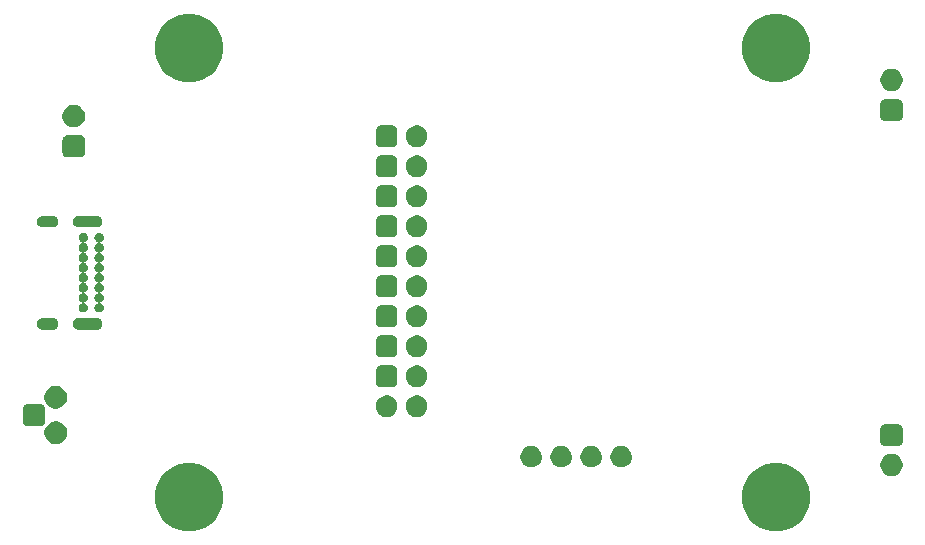
<source format=gbr>
G04 #@! TF.GenerationSoftware,KiCad,Pcbnew,5.1.5+dfsg1-2build2*
G04 #@! TF.CreationDate,2020-06-21T17:38:59+02:00*
G04 #@! TF.ProjectId,zigbeebox,7a696762-6565-4626-9f78-2e6b69636164,rev?*
G04 #@! TF.SameCoordinates,Original*
G04 #@! TF.FileFunction,Soldermask,Bot*
G04 #@! TF.FilePolarity,Negative*
%FSLAX46Y46*%
G04 Gerber Fmt 4.6, Leading zero omitted, Abs format (unit mm)*
G04 Created by KiCad (PCBNEW 5.1.5+dfsg1-2build2) date 2020-06-21 17:38:59*
%MOMM*%
%LPD*%
G04 APERTURE LIST*
%ADD10C,0.100000*%
G04 APERTURE END LIST*
D10*
G36*
X146165789Y-87248403D02*
G01*
X146165792Y-87248404D01*
X146165791Y-87248404D01*
X146693739Y-87467087D01*
X147168880Y-87784566D01*
X147572954Y-88188640D01*
X147890433Y-88663781D01*
X147890433Y-88663782D01*
X148109117Y-89191731D01*
X148220600Y-89752194D01*
X148220600Y-90323646D01*
X148109117Y-90884109D01*
X148109116Y-90884111D01*
X147890433Y-91412059D01*
X147572954Y-91887200D01*
X147168880Y-92291274D01*
X146693739Y-92608753D01*
X146320422Y-92763386D01*
X146165789Y-92827437D01*
X145605326Y-92938920D01*
X145033874Y-92938920D01*
X144473411Y-92827437D01*
X144318778Y-92763386D01*
X143945461Y-92608753D01*
X143470320Y-92291274D01*
X143066246Y-91887200D01*
X142748767Y-91412059D01*
X142530084Y-90884111D01*
X142530083Y-90884109D01*
X142418600Y-90323646D01*
X142418600Y-89752194D01*
X142530083Y-89191731D01*
X142748767Y-88663782D01*
X142748767Y-88663781D01*
X143066246Y-88188640D01*
X143470320Y-87784566D01*
X143945461Y-87467087D01*
X144473409Y-87248404D01*
X144473408Y-87248404D01*
X144473411Y-87248403D01*
X145033874Y-87136920D01*
X145605326Y-87136920D01*
X146165789Y-87248403D01*
G37*
G36*
X96465789Y-87248403D02*
G01*
X96465792Y-87248404D01*
X96465791Y-87248404D01*
X96993739Y-87467087D01*
X97468880Y-87784566D01*
X97872954Y-88188640D01*
X98190433Y-88663781D01*
X98190433Y-88663782D01*
X98409117Y-89191731D01*
X98520600Y-89752194D01*
X98520600Y-90323646D01*
X98409117Y-90884109D01*
X98409116Y-90884111D01*
X98190433Y-91412059D01*
X97872954Y-91887200D01*
X97468880Y-92291274D01*
X96993739Y-92608753D01*
X96620422Y-92763386D01*
X96465789Y-92827437D01*
X95905326Y-92938920D01*
X95333874Y-92938920D01*
X94773411Y-92827437D01*
X94618778Y-92763386D01*
X94245461Y-92608753D01*
X93770320Y-92291274D01*
X93366246Y-91887200D01*
X93048767Y-91412059D01*
X92830084Y-90884111D01*
X92830083Y-90884109D01*
X92718600Y-90323646D01*
X92718600Y-89752194D01*
X92830083Y-89191731D01*
X93048767Y-88663782D01*
X93048767Y-88663781D01*
X93366246Y-88188640D01*
X93770320Y-87784566D01*
X94245461Y-87467087D01*
X94773409Y-87248404D01*
X94773408Y-87248404D01*
X94773411Y-87248403D01*
X95333874Y-87136920D01*
X95905326Y-87136920D01*
X96465789Y-87248403D01*
G37*
G36*
X155371716Y-86410296D02*
G01*
X155544787Y-86481984D01*
X155699842Y-86585589D01*
X155700547Y-86586060D01*
X155833010Y-86718523D01*
X155833012Y-86718526D01*
X155937086Y-86874283D01*
X156008774Y-87047354D01*
X156045320Y-87231083D01*
X156045320Y-87418417D01*
X156008774Y-87602146D01*
X155937086Y-87775217D01*
X155833481Y-87930272D01*
X155833010Y-87930977D01*
X155700547Y-88063440D01*
X155700544Y-88063442D01*
X155544787Y-88167516D01*
X155371716Y-88239204D01*
X155187987Y-88275750D01*
X155000653Y-88275750D01*
X154816924Y-88239204D01*
X154643853Y-88167516D01*
X154488096Y-88063442D01*
X154488093Y-88063440D01*
X154355630Y-87930977D01*
X154355159Y-87930272D01*
X154251554Y-87775217D01*
X154179866Y-87602146D01*
X154143320Y-87418417D01*
X154143320Y-87231083D01*
X154179866Y-87047354D01*
X154251554Y-86874283D01*
X154355628Y-86718526D01*
X154355630Y-86718523D01*
X154488093Y-86586060D01*
X154488798Y-86585589D01*
X154643853Y-86481984D01*
X154816924Y-86410296D01*
X155000653Y-86373750D01*
X155187987Y-86373750D01*
X155371716Y-86410296D01*
G37*
G36*
X129835096Y-85730312D02*
G01*
X129922132Y-85747624D01*
X130086104Y-85815544D01*
X130233674Y-85914147D01*
X130359173Y-86039646D01*
X130457776Y-86187216D01*
X130525696Y-86351188D01*
X130537453Y-86410296D01*
X130560320Y-86525257D01*
X130560320Y-86702743D01*
X130543008Y-86789777D01*
X130525696Y-86876812D01*
X130457776Y-87040784D01*
X130359173Y-87188354D01*
X130233674Y-87313853D01*
X130086104Y-87412456D01*
X129922132Y-87480376D01*
X129835097Y-87497688D01*
X129748063Y-87515000D01*
X129570577Y-87515000D01*
X129483543Y-87497688D01*
X129396508Y-87480376D01*
X129232536Y-87412456D01*
X129084966Y-87313853D01*
X128959467Y-87188354D01*
X128860864Y-87040784D01*
X128792944Y-86876812D01*
X128775632Y-86789776D01*
X128758320Y-86702743D01*
X128758320Y-86525257D01*
X128781187Y-86410296D01*
X128792944Y-86351188D01*
X128860864Y-86187216D01*
X128959467Y-86039646D01*
X129084966Y-85914147D01*
X129232536Y-85815544D01*
X129396508Y-85747624D01*
X129483544Y-85730312D01*
X129570577Y-85713000D01*
X129748063Y-85713000D01*
X129835096Y-85730312D01*
G37*
G36*
X132375096Y-85730312D02*
G01*
X132462132Y-85747624D01*
X132626104Y-85815544D01*
X132773674Y-85914147D01*
X132899173Y-86039646D01*
X132997776Y-86187216D01*
X133065696Y-86351188D01*
X133077453Y-86410296D01*
X133100320Y-86525257D01*
X133100320Y-86702743D01*
X133083008Y-86789777D01*
X133065696Y-86876812D01*
X132997776Y-87040784D01*
X132899173Y-87188354D01*
X132773674Y-87313853D01*
X132626104Y-87412456D01*
X132462132Y-87480376D01*
X132375097Y-87497688D01*
X132288063Y-87515000D01*
X132110577Y-87515000D01*
X132023543Y-87497688D01*
X131936508Y-87480376D01*
X131772536Y-87412456D01*
X131624966Y-87313853D01*
X131499467Y-87188354D01*
X131400864Y-87040784D01*
X131332944Y-86876812D01*
X131315632Y-86789776D01*
X131298320Y-86702743D01*
X131298320Y-86525257D01*
X131321187Y-86410296D01*
X131332944Y-86351188D01*
X131400864Y-86187216D01*
X131499467Y-86039646D01*
X131624966Y-85914147D01*
X131772536Y-85815544D01*
X131936508Y-85747624D01*
X132023544Y-85730312D01*
X132110577Y-85713000D01*
X132288063Y-85713000D01*
X132375096Y-85730312D01*
G37*
G36*
X127295096Y-85730312D02*
G01*
X127382132Y-85747624D01*
X127546104Y-85815544D01*
X127693674Y-85914147D01*
X127819173Y-86039646D01*
X127917776Y-86187216D01*
X127985696Y-86351188D01*
X127997453Y-86410296D01*
X128020320Y-86525257D01*
X128020320Y-86702743D01*
X128003008Y-86789777D01*
X127985696Y-86876812D01*
X127917776Y-87040784D01*
X127819173Y-87188354D01*
X127693674Y-87313853D01*
X127546104Y-87412456D01*
X127382132Y-87480376D01*
X127295097Y-87497688D01*
X127208063Y-87515000D01*
X127030577Y-87515000D01*
X126943543Y-87497688D01*
X126856508Y-87480376D01*
X126692536Y-87412456D01*
X126544966Y-87313853D01*
X126419467Y-87188354D01*
X126320864Y-87040784D01*
X126252944Y-86876812D01*
X126235632Y-86789776D01*
X126218320Y-86702743D01*
X126218320Y-86525257D01*
X126241187Y-86410296D01*
X126252944Y-86351188D01*
X126320864Y-86187216D01*
X126419467Y-86039646D01*
X126544966Y-85914147D01*
X126692536Y-85815544D01*
X126856508Y-85747624D01*
X126943544Y-85730312D01*
X127030577Y-85713000D01*
X127208063Y-85713000D01*
X127295096Y-85730312D01*
G37*
G36*
X124755096Y-85730312D02*
G01*
X124842132Y-85747624D01*
X125006104Y-85815544D01*
X125153674Y-85914147D01*
X125279173Y-86039646D01*
X125377776Y-86187216D01*
X125445696Y-86351188D01*
X125457453Y-86410296D01*
X125480320Y-86525257D01*
X125480320Y-86702743D01*
X125463008Y-86789777D01*
X125445696Y-86876812D01*
X125377776Y-87040784D01*
X125279173Y-87188354D01*
X125153674Y-87313853D01*
X125006104Y-87412456D01*
X124842132Y-87480376D01*
X124755097Y-87497688D01*
X124668063Y-87515000D01*
X124490577Y-87515000D01*
X124403543Y-87497688D01*
X124316508Y-87480376D01*
X124152536Y-87412456D01*
X124004966Y-87313853D01*
X123879467Y-87188354D01*
X123780864Y-87040784D01*
X123712944Y-86876812D01*
X123695632Y-86789776D01*
X123678320Y-86702743D01*
X123678320Y-86525257D01*
X123701187Y-86410296D01*
X123712944Y-86351188D01*
X123780864Y-86187216D01*
X123879467Y-86039646D01*
X124004966Y-85914147D01*
X124152536Y-85815544D01*
X124316508Y-85747624D01*
X124403544Y-85730312D01*
X124490577Y-85713000D01*
X124668063Y-85713000D01*
X124755096Y-85730312D01*
G37*
G36*
X155678642Y-83842692D02*
G01*
X155764060Y-83868603D01*
X155842773Y-83910676D01*
X155911770Y-83967300D01*
X155968394Y-84036297D01*
X156010467Y-84115010D01*
X156036378Y-84200428D01*
X156045320Y-84291211D01*
X156045320Y-85278289D01*
X156036378Y-85369072D01*
X156010467Y-85454490D01*
X155968394Y-85533203D01*
X155911770Y-85602200D01*
X155842773Y-85658824D01*
X155764060Y-85700897D01*
X155678642Y-85726808D01*
X155587859Y-85735750D01*
X154600781Y-85735750D01*
X154509998Y-85726808D01*
X154424580Y-85700897D01*
X154345867Y-85658824D01*
X154276870Y-85602200D01*
X154220246Y-85533203D01*
X154178173Y-85454490D01*
X154152262Y-85369072D01*
X154143320Y-85278289D01*
X154143320Y-84291211D01*
X154152262Y-84200428D01*
X154178173Y-84115010D01*
X154220246Y-84036297D01*
X154276870Y-83967300D01*
X154345867Y-83910676D01*
X154424580Y-83868603D01*
X154509998Y-83842692D01*
X154600781Y-83833750D01*
X155587859Y-83833750D01*
X155678642Y-83842692D01*
G37*
G36*
X84605396Y-83667546D02*
G01*
X84778467Y-83739234D01*
X84933302Y-83842692D01*
X84934227Y-83843310D01*
X85066690Y-83975773D01*
X85066692Y-83975776D01*
X85170766Y-84131533D01*
X85242454Y-84304604D01*
X85279000Y-84488333D01*
X85279000Y-84675667D01*
X85242454Y-84859396D01*
X85170766Y-85032467D01*
X85067161Y-85187522D01*
X85066690Y-85188227D01*
X84934227Y-85320690D01*
X84934224Y-85320692D01*
X84778467Y-85424766D01*
X84605396Y-85496454D01*
X84421667Y-85533000D01*
X84234333Y-85533000D01*
X84050604Y-85496454D01*
X83877533Y-85424766D01*
X83721776Y-85320692D01*
X83721773Y-85320690D01*
X83589310Y-85188227D01*
X83588839Y-85187522D01*
X83485234Y-85032467D01*
X83413546Y-84859396D01*
X83377000Y-84675667D01*
X83377000Y-84488333D01*
X83413546Y-84304604D01*
X83485234Y-84131533D01*
X83589308Y-83975776D01*
X83589310Y-83975773D01*
X83721773Y-83843310D01*
X83722698Y-83842692D01*
X83877533Y-83739234D01*
X84050604Y-83667546D01*
X84234333Y-83631000D01*
X84421667Y-83631000D01*
X84605396Y-83667546D01*
G37*
G36*
X83062322Y-82139942D02*
G01*
X83147740Y-82165853D01*
X83226453Y-82207926D01*
X83295450Y-82264550D01*
X83352074Y-82333547D01*
X83394147Y-82412260D01*
X83420058Y-82497678D01*
X83429000Y-82588461D01*
X83429000Y-83575539D01*
X83420058Y-83666322D01*
X83394147Y-83751740D01*
X83352074Y-83830453D01*
X83295450Y-83899450D01*
X83226453Y-83956074D01*
X83147740Y-83998147D01*
X83062322Y-84024058D01*
X82971539Y-84033000D01*
X81984461Y-84033000D01*
X81893678Y-84024058D01*
X81808260Y-83998147D01*
X81729547Y-83956074D01*
X81660550Y-83899450D01*
X81603926Y-83830453D01*
X81561853Y-83751740D01*
X81535942Y-83666322D01*
X81527000Y-83575539D01*
X81527000Y-82588461D01*
X81535942Y-82497678D01*
X81561853Y-82412260D01*
X81603926Y-82333547D01*
X81660550Y-82264550D01*
X81729547Y-82207926D01*
X81808260Y-82165853D01*
X81893678Y-82139942D01*
X81984461Y-82131000D01*
X82971539Y-82131000D01*
X83062322Y-82139942D01*
G37*
G36*
X112613777Y-81450297D02*
G01*
X112780225Y-81519241D01*
X112930020Y-81619331D01*
X113057419Y-81746730D01*
X113157509Y-81896525D01*
X113226453Y-82062973D01*
X113261600Y-82239667D01*
X113261600Y-82419833D01*
X113226453Y-82596527D01*
X113157509Y-82762975D01*
X113057419Y-82912770D01*
X112930020Y-83040169D01*
X112780225Y-83140259D01*
X112613777Y-83209203D01*
X112437083Y-83244350D01*
X112256917Y-83244350D01*
X112080223Y-83209203D01*
X111913775Y-83140259D01*
X111763980Y-83040169D01*
X111636581Y-82912770D01*
X111536491Y-82762975D01*
X111467547Y-82596527D01*
X111432400Y-82419833D01*
X111432400Y-82239667D01*
X111467547Y-82062973D01*
X111536491Y-81896525D01*
X111636581Y-81746730D01*
X111763980Y-81619331D01*
X111913775Y-81519241D01*
X112080223Y-81450297D01*
X112256917Y-81415150D01*
X112437083Y-81415150D01*
X112613777Y-81450297D01*
G37*
G36*
X115153777Y-81450297D02*
G01*
X115320225Y-81519241D01*
X115470020Y-81619331D01*
X115597419Y-81746730D01*
X115697509Y-81896525D01*
X115766453Y-82062973D01*
X115801600Y-82239667D01*
X115801600Y-82419833D01*
X115766453Y-82596527D01*
X115697509Y-82762975D01*
X115597419Y-82912770D01*
X115470020Y-83040169D01*
X115320225Y-83140259D01*
X115153777Y-83209203D01*
X114977083Y-83244350D01*
X114796917Y-83244350D01*
X114620223Y-83209203D01*
X114453775Y-83140259D01*
X114303980Y-83040169D01*
X114176581Y-82912770D01*
X114076491Y-82762975D01*
X114007547Y-82596527D01*
X113972400Y-82419833D01*
X113972400Y-82239667D01*
X114007547Y-82062973D01*
X114076491Y-81896525D01*
X114176581Y-81746730D01*
X114303980Y-81619331D01*
X114453775Y-81519241D01*
X114620223Y-81450297D01*
X114796917Y-81415150D01*
X114977083Y-81415150D01*
X115153777Y-81450297D01*
G37*
G36*
X84605396Y-80667546D02*
G01*
X84778467Y-80739234D01*
X84933522Y-80842839D01*
X84934227Y-80843310D01*
X85066690Y-80975773D01*
X85066692Y-80975776D01*
X85170766Y-81131533D01*
X85242454Y-81304604D01*
X85279000Y-81488333D01*
X85279000Y-81675667D01*
X85242454Y-81859396D01*
X85170766Y-82032467D01*
X85150382Y-82062973D01*
X85066690Y-82188227D01*
X84934227Y-82320690D01*
X84934224Y-82320692D01*
X84778467Y-82424766D01*
X84605396Y-82496454D01*
X84421667Y-82533000D01*
X84234333Y-82533000D01*
X84050604Y-82496454D01*
X83877533Y-82424766D01*
X83721776Y-82320692D01*
X83721773Y-82320690D01*
X83589310Y-82188227D01*
X83505618Y-82062973D01*
X83485234Y-82032467D01*
X83413546Y-81859396D01*
X83377000Y-81675667D01*
X83377000Y-81488333D01*
X83413546Y-81304604D01*
X83485234Y-81131533D01*
X83589308Y-80975776D01*
X83589310Y-80975773D01*
X83721773Y-80843310D01*
X83722478Y-80842839D01*
X83877533Y-80739234D01*
X84050604Y-80667546D01*
X84234333Y-80631000D01*
X84421667Y-80631000D01*
X84605396Y-80667546D01*
G37*
G36*
X115153777Y-78910297D02*
G01*
X115320225Y-78979241D01*
X115470020Y-79079331D01*
X115597419Y-79206730D01*
X115697509Y-79356525D01*
X115766453Y-79522973D01*
X115801600Y-79699667D01*
X115801600Y-79879833D01*
X115766453Y-80056527D01*
X115697509Y-80222975D01*
X115597419Y-80372770D01*
X115470020Y-80500169D01*
X115320225Y-80600259D01*
X115153777Y-80669203D01*
X114977083Y-80704350D01*
X114796917Y-80704350D01*
X114620223Y-80669203D01*
X114453775Y-80600259D01*
X114303980Y-80500169D01*
X114176581Y-80372770D01*
X114076491Y-80222975D01*
X114007547Y-80056527D01*
X113972400Y-79879833D01*
X113972400Y-79699667D01*
X114007547Y-79522973D01*
X114076491Y-79356525D01*
X114176581Y-79206730D01*
X114303980Y-79079331D01*
X114453775Y-78979241D01*
X114620223Y-78910297D01*
X114796917Y-78875150D01*
X114977083Y-78875150D01*
X115153777Y-78910297D01*
G37*
G36*
X112909572Y-78883742D02*
G01*
X112991575Y-78908617D01*
X113067145Y-78949010D01*
X113133381Y-79003369D01*
X113187740Y-79069605D01*
X113228133Y-79145175D01*
X113253008Y-79227178D01*
X113261600Y-79314411D01*
X113261600Y-80265089D01*
X113253008Y-80352322D01*
X113228133Y-80434325D01*
X113187740Y-80509895D01*
X113133381Y-80576131D01*
X113067145Y-80630490D01*
X112991575Y-80670883D01*
X112909572Y-80695758D01*
X112822339Y-80704350D01*
X111871661Y-80704350D01*
X111784428Y-80695758D01*
X111702425Y-80670883D01*
X111626855Y-80630490D01*
X111560619Y-80576131D01*
X111506260Y-80509895D01*
X111465867Y-80434325D01*
X111440992Y-80352322D01*
X111432400Y-80265089D01*
X111432400Y-79314411D01*
X111440992Y-79227178D01*
X111465867Y-79145175D01*
X111506260Y-79069605D01*
X111560619Y-79003369D01*
X111626855Y-78949010D01*
X111702425Y-78908617D01*
X111784428Y-78883742D01*
X111871661Y-78875150D01*
X112822339Y-78875150D01*
X112909572Y-78883742D01*
G37*
G36*
X115153777Y-76370297D02*
G01*
X115320225Y-76439241D01*
X115470020Y-76539331D01*
X115597419Y-76666730D01*
X115697509Y-76816525D01*
X115766453Y-76982973D01*
X115801600Y-77159667D01*
X115801600Y-77339833D01*
X115766453Y-77516527D01*
X115697509Y-77682975D01*
X115597419Y-77832770D01*
X115470020Y-77960169D01*
X115320225Y-78060259D01*
X115153777Y-78129203D01*
X114977083Y-78164350D01*
X114796917Y-78164350D01*
X114620223Y-78129203D01*
X114453775Y-78060259D01*
X114303980Y-77960169D01*
X114176581Y-77832770D01*
X114076491Y-77682975D01*
X114007547Y-77516527D01*
X113972400Y-77339833D01*
X113972400Y-77159667D01*
X114007547Y-76982973D01*
X114076491Y-76816525D01*
X114176581Y-76666730D01*
X114303980Y-76539331D01*
X114453775Y-76439241D01*
X114620223Y-76370297D01*
X114796917Y-76335150D01*
X114977083Y-76335150D01*
X115153777Y-76370297D01*
G37*
G36*
X112909572Y-76343742D02*
G01*
X112991575Y-76368617D01*
X113067145Y-76409010D01*
X113133381Y-76463369D01*
X113187740Y-76529605D01*
X113228133Y-76605175D01*
X113253008Y-76687178D01*
X113261600Y-76774411D01*
X113261600Y-77725089D01*
X113253008Y-77812322D01*
X113228133Y-77894325D01*
X113187740Y-77969895D01*
X113133381Y-78036131D01*
X113067145Y-78090490D01*
X112991575Y-78130883D01*
X112909572Y-78155758D01*
X112822339Y-78164350D01*
X111871661Y-78164350D01*
X111784428Y-78155758D01*
X111702425Y-78130883D01*
X111626855Y-78090490D01*
X111560619Y-78036131D01*
X111506260Y-77969895D01*
X111465867Y-77894325D01*
X111440992Y-77812322D01*
X111432400Y-77725089D01*
X111432400Y-76774411D01*
X111440992Y-76687178D01*
X111465867Y-76605175D01*
X111506260Y-76529605D01*
X111560619Y-76463369D01*
X111626855Y-76409010D01*
X111702425Y-76368617D01*
X111784428Y-76343742D01*
X111871661Y-76335150D01*
X112822339Y-76335150D01*
X112909572Y-76343742D01*
G37*
G36*
X84149209Y-74855998D02*
G01*
X84149212Y-74855999D01*
X84149213Y-74855999D01*
X84243652Y-74884647D01*
X84330687Y-74931168D01*
X84406975Y-74993775D01*
X84469581Y-75070062D01*
X84516103Y-75157098D01*
X84544752Y-75251541D01*
X84554424Y-75349750D01*
X84544752Y-75447959D01*
X84544751Y-75447962D01*
X84544751Y-75447963D01*
X84516103Y-75542402D01*
X84469582Y-75629437D01*
X84406975Y-75705725D01*
X84330687Y-75768332D01*
X84243652Y-75814853D01*
X84149213Y-75843501D01*
X84149212Y-75843501D01*
X84149209Y-75843502D01*
X84075612Y-75850750D01*
X83226388Y-75850750D01*
X83152791Y-75843502D01*
X83152788Y-75843501D01*
X83152787Y-75843501D01*
X83058348Y-75814853D01*
X82971313Y-75768332D01*
X82895025Y-75705725D01*
X82832418Y-75629437D01*
X82785897Y-75542402D01*
X82757249Y-75447963D01*
X82757249Y-75447962D01*
X82757248Y-75447959D01*
X82747576Y-75349750D01*
X82757248Y-75251541D01*
X82785897Y-75157098D01*
X82832419Y-75070062D01*
X82895025Y-74993775D01*
X82971313Y-74931168D01*
X83058348Y-74884647D01*
X83152787Y-74855999D01*
X83152788Y-74855999D01*
X83152791Y-74855998D01*
X83226388Y-74848750D01*
X84075612Y-74848750D01*
X84149209Y-74855998D01*
G37*
G36*
X87879209Y-74855998D02*
G01*
X87879212Y-74855999D01*
X87879213Y-74855999D01*
X87973652Y-74884647D01*
X88060687Y-74931168D01*
X88136975Y-74993775D01*
X88199581Y-75070062D01*
X88246103Y-75157098D01*
X88274752Y-75251541D01*
X88284424Y-75349750D01*
X88274752Y-75447959D01*
X88274751Y-75447962D01*
X88274751Y-75447963D01*
X88246103Y-75542402D01*
X88199582Y-75629437D01*
X88136975Y-75705725D01*
X88060687Y-75768332D01*
X87973652Y-75814853D01*
X87879213Y-75843501D01*
X87879212Y-75843501D01*
X87879209Y-75843502D01*
X87805612Y-75850750D01*
X86256388Y-75850750D01*
X86182791Y-75843502D01*
X86182788Y-75843501D01*
X86182787Y-75843501D01*
X86088348Y-75814853D01*
X86001313Y-75768332D01*
X85925025Y-75705725D01*
X85862418Y-75629437D01*
X85815897Y-75542402D01*
X85787249Y-75447963D01*
X85787249Y-75447962D01*
X85787248Y-75447959D01*
X85777576Y-75349750D01*
X85787248Y-75251541D01*
X85815897Y-75157098D01*
X85862419Y-75070062D01*
X85925025Y-74993775D01*
X86001313Y-74931168D01*
X86088348Y-74884647D01*
X86182787Y-74855999D01*
X86182788Y-74855999D01*
X86182791Y-74855998D01*
X86256388Y-74848750D01*
X87805612Y-74848750D01*
X87879209Y-74855998D01*
G37*
G36*
X115153777Y-73830297D02*
G01*
X115320225Y-73899241D01*
X115470020Y-73999331D01*
X115597419Y-74126730D01*
X115697509Y-74276525D01*
X115766453Y-74442973D01*
X115801600Y-74619667D01*
X115801600Y-74799833D01*
X115766453Y-74976527D01*
X115697509Y-75142975D01*
X115597419Y-75292770D01*
X115470020Y-75420169D01*
X115320225Y-75520259D01*
X115153777Y-75589203D01*
X114977083Y-75624350D01*
X114796917Y-75624350D01*
X114620223Y-75589203D01*
X114453775Y-75520259D01*
X114303980Y-75420169D01*
X114176581Y-75292770D01*
X114076491Y-75142975D01*
X114007547Y-74976527D01*
X113972400Y-74799833D01*
X113972400Y-74619667D01*
X114007547Y-74442973D01*
X114076491Y-74276525D01*
X114176581Y-74126730D01*
X114303980Y-73999331D01*
X114453775Y-73899241D01*
X114620223Y-73830297D01*
X114796917Y-73795150D01*
X114977083Y-73795150D01*
X115153777Y-73830297D01*
G37*
G36*
X112909572Y-73803742D02*
G01*
X112991575Y-73828617D01*
X113067145Y-73869010D01*
X113133381Y-73923369D01*
X113187740Y-73989605D01*
X113228133Y-74065175D01*
X113253008Y-74147178D01*
X113261600Y-74234411D01*
X113261600Y-75185089D01*
X113253008Y-75272322D01*
X113228133Y-75354325D01*
X113187740Y-75429895D01*
X113133381Y-75496131D01*
X113067145Y-75550490D01*
X112991575Y-75590883D01*
X112909572Y-75615758D01*
X112822339Y-75624350D01*
X111871661Y-75624350D01*
X111784428Y-75615758D01*
X111702425Y-75590883D01*
X111626855Y-75550490D01*
X111560619Y-75496131D01*
X111506260Y-75429895D01*
X111465867Y-75354325D01*
X111440992Y-75272322D01*
X111432400Y-75185089D01*
X111432400Y-74234411D01*
X111440992Y-74147178D01*
X111465867Y-74065175D01*
X111506260Y-73989605D01*
X111560619Y-73923369D01*
X111626855Y-73869010D01*
X111702425Y-73828617D01*
X111784428Y-73803742D01*
X111871661Y-73795150D01*
X112822339Y-73795150D01*
X112909572Y-73803742D01*
G37*
G36*
X88127966Y-67664159D02*
G01*
X88200944Y-67694388D01*
X88266620Y-67738271D01*
X88322479Y-67794130D01*
X88366362Y-67859806D01*
X88396591Y-67932784D01*
X88412000Y-68010252D01*
X88412000Y-68089248D01*
X88396591Y-68166716D01*
X88366362Y-68239694D01*
X88322479Y-68305370D01*
X88266620Y-68361229D01*
X88200944Y-68405112D01*
X88127966Y-68435341D01*
X88127066Y-68435520D01*
X88119562Y-68437796D01*
X88112647Y-68441492D01*
X88106586Y-68446466D01*
X88101611Y-68452528D01*
X88097915Y-68459443D01*
X88095639Y-68466946D01*
X88094870Y-68474750D01*
X88095639Y-68482553D01*
X88097915Y-68490057D01*
X88101611Y-68496972D01*
X88106585Y-68503033D01*
X88112647Y-68508008D01*
X88119562Y-68511704D01*
X88127066Y-68513980D01*
X88127966Y-68514159D01*
X88200944Y-68544388D01*
X88266620Y-68588271D01*
X88322479Y-68644130D01*
X88366362Y-68709806D01*
X88396591Y-68782784D01*
X88412000Y-68860252D01*
X88412000Y-68939248D01*
X88396591Y-69016716D01*
X88366362Y-69089694D01*
X88322479Y-69155370D01*
X88266620Y-69211229D01*
X88200944Y-69255112D01*
X88127966Y-69285341D01*
X88127066Y-69285520D01*
X88119562Y-69287796D01*
X88112647Y-69291492D01*
X88106586Y-69296466D01*
X88101611Y-69302528D01*
X88097915Y-69309443D01*
X88095639Y-69316946D01*
X88094870Y-69324750D01*
X88095639Y-69332553D01*
X88097915Y-69340057D01*
X88101611Y-69346972D01*
X88106585Y-69353033D01*
X88112647Y-69358008D01*
X88119562Y-69361704D01*
X88127066Y-69363980D01*
X88127966Y-69364159D01*
X88200944Y-69394388D01*
X88266620Y-69438271D01*
X88322479Y-69494130D01*
X88366362Y-69559806D01*
X88396591Y-69632784D01*
X88412000Y-69710252D01*
X88412000Y-69789248D01*
X88396591Y-69866716D01*
X88366362Y-69939694D01*
X88322479Y-70005370D01*
X88266620Y-70061229D01*
X88200944Y-70105112D01*
X88127966Y-70135341D01*
X88127066Y-70135520D01*
X88119562Y-70137796D01*
X88112647Y-70141492D01*
X88106586Y-70146466D01*
X88101611Y-70152528D01*
X88097915Y-70159443D01*
X88095639Y-70166946D01*
X88094870Y-70174750D01*
X88095639Y-70182553D01*
X88097915Y-70190057D01*
X88101611Y-70196972D01*
X88106585Y-70203033D01*
X88112647Y-70208008D01*
X88119562Y-70211704D01*
X88127066Y-70213980D01*
X88127966Y-70214159D01*
X88200944Y-70244388D01*
X88266620Y-70288271D01*
X88322479Y-70344130D01*
X88366362Y-70409806D01*
X88396591Y-70482784D01*
X88412000Y-70560252D01*
X88412000Y-70639248D01*
X88396591Y-70716716D01*
X88366362Y-70789694D01*
X88322479Y-70855370D01*
X88266620Y-70911229D01*
X88200944Y-70955112D01*
X88127966Y-70985341D01*
X88127066Y-70985520D01*
X88119562Y-70987796D01*
X88112647Y-70991492D01*
X88106586Y-70996466D01*
X88101611Y-71002528D01*
X88097915Y-71009443D01*
X88095639Y-71016946D01*
X88094870Y-71024750D01*
X88095639Y-71032553D01*
X88097915Y-71040057D01*
X88101611Y-71046972D01*
X88106585Y-71053033D01*
X88112647Y-71058008D01*
X88119562Y-71061704D01*
X88127066Y-71063980D01*
X88127966Y-71064159D01*
X88200944Y-71094388D01*
X88266620Y-71138271D01*
X88322479Y-71194130D01*
X88366362Y-71259806D01*
X88396591Y-71332784D01*
X88412000Y-71410252D01*
X88412000Y-71489248D01*
X88396591Y-71566716D01*
X88366362Y-71639694D01*
X88322479Y-71705370D01*
X88266620Y-71761229D01*
X88200944Y-71805112D01*
X88127966Y-71835341D01*
X88127066Y-71835520D01*
X88119562Y-71837796D01*
X88112647Y-71841492D01*
X88106586Y-71846466D01*
X88101611Y-71852528D01*
X88097915Y-71859443D01*
X88095639Y-71866946D01*
X88094870Y-71874750D01*
X88095639Y-71882553D01*
X88097915Y-71890057D01*
X88101611Y-71896972D01*
X88106585Y-71903033D01*
X88112647Y-71908008D01*
X88119562Y-71911704D01*
X88127066Y-71913980D01*
X88127966Y-71914159D01*
X88200944Y-71944388D01*
X88266620Y-71988271D01*
X88322479Y-72044130D01*
X88366362Y-72109806D01*
X88396591Y-72182784D01*
X88412000Y-72260252D01*
X88412000Y-72339248D01*
X88396591Y-72416716D01*
X88366362Y-72489694D01*
X88322479Y-72555370D01*
X88266620Y-72611229D01*
X88200944Y-72655112D01*
X88127966Y-72685341D01*
X88127066Y-72685520D01*
X88119562Y-72687796D01*
X88112647Y-72691492D01*
X88106586Y-72696466D01*
X88101611Y-72702528D01*
X88097915Y-72709443D01*
X88095639Y-72716946D01*
X88094870Y-72724750D01*
X88095639Y-72732553D01*
X88097915Y-72740057D01*
X88101611Y-72746972D01*
X88106585Y-72753033D01*
X88112647Y-72758008D01*
X88119562Y-72761704D01*
X88127066Y-72763980D01*
X88127966Y-72764159D01*
X88200944Y-72794388D01*
X88266620Y-72838271D01*
X88322479Y-72894130D01*
X88366362Y-72959806D01*
X88396591Y-73032784D01*
X88412000Y-73110252D01*
X88412000Y-73189248D01*
X88396591Y-73266716D01*
X88366362Y-73339694D01*
X88322479Y-73405370D01*
X88266620Y-73461229D01*
X88200944Y-73505112D01*
X88127966Y-73535341D01*
X88127066Y-73535520D01*
X88119562Y-73537796D01*
X88112647Y-73541492D01*
X88106586Y-73546466D01*
X88101611Y-73552528D01*
X88097915Y-73559443D01*
X88095639Y-73566946D01*
X88094870Y-73574750D01*
X88095639Y-73582553D01*
X88097915Y-73590057D01*
X88101611Y-73596972D01*
X88106585Y-73603033D01*
X88112647Y-73608008D01*
X88119562Y-73611704D01*
X88127066Y-73613980D01*
X88127966Y-73614159D01*
X88200944Y-73644388D01*
X88266620Y-73688271D01*
X88322479Y-73744130D01*
X88366362Y-73809806D01*
X88396591Y-73882784D01*
X88412000Y-73960252D01*
X88412000Y-74039248D01*
X88396591Y-74116716D01*
X88366362Y-74189694D01*
X88322479Y-74255370D01*
X88266620Y-74311229D01*
X88200944Y-74355112D01*
X88127966Y-74385341D01*
X88050498Y-74400750D01*
X87971502Y-74400750D01*
X87894034Y-74385341D01*
X87821056Y-74355112D01*
X87755380Y-74311229D01*
X87699521Y-74255370D01*
X87655638Y-74189694D01*
X87625409Y-74116716D01*
X87610000Y-74039248D01*
X87610000Y-73960252D01*
X87625409Y-73882784D01*
X87655638Y-73809806D01*
X87699521Y-73744130D01*
X87755380Y-73688271D01*
X87821056Y-73644388D01*
X87894034Y-73614159D01*
X87894934Y-73613980D01*
X87902438Y-73611704D01*
X87909353Y-73608008D01*
X87915414Y-73603034D01*
X87920389Y-73596972D01*
X87924085Y-73590057D01*
X87926361Y-73582554D01*
X87927130Y-73574750D01*
X87926361Y-73566947D01*
X87924085Y-73559443D01*
X87920389Y-73552528D01*
X87915415Y-73546467D01*
X87909353Y-73541492D01*
X87902438Y-73537796D01*
X87894934Y-73535520D01*
X87894034Y-73535341D01*
X87821056Y-73505112D01*
X87755380Y-73461229D01*
X87699521Y-73405370D01*
X87655638Y-73339694D01*
X87625409Y-73266716D01*
X87610000Y-73189248D01*
X87610000Y-73110252D01*
X87625409Y-73032784D01*
X87655638Y-72959806D01*
X87699521Y-72894130D01*
X87755380Y-72838271D01*
X87821056Y-72794388D01*
X87894034Y-72764159D01*
X87894934Y-72763980D01*
X87902438Y-72761704D01*
X87909353Y-72758008D01*
X87915414Y-72753034D01*
X87920389Y-72746972D01*
X87924085Y-72740057D01*
X87926361Y-72732554D01*
X87927130Y-72724750D01*
X87926361Y-72716947D01*
X87924085Y-72709443D01*
X87920389Y-72702528D01*
X87915415Y-72696467D01*
X87909353Y-72691492D01*
X87902438Y-72687796D01*
X87894934Y-72685520D01*
X87894034Y-72685341D01*
X87821056Y-72655112D01*
X87755380Y-72611229D01*
X87699521Y-72555370D01*
X87655638Y-72489694D01*
X87625409Y-72416716D01*
X87610000Y-72339248D01*
X87610000Y-72260252D01*
X87625409Y-72182784D01*
X87655638Y-72109806D01*
X87699521Y-72044130D01*
X87755380Y-71988271D01*
X87821056Y-71944388D01*
X87894034Y-71914159D01*
X87894934Y-71913980D01*
X87902438Y-71911704D01*
X87909353Y-71908008D01*
X87915414Y-71903034D01*
X87920389Y-71896972D01*
X87924085Y-71890057D01*
X87926361Y-71882554D01*
X87927130Y-71874750D01*
X87926361Y-71866947D01*
X87924085Y-71859443D01*
X87920389Y-71852528D01*
X87915415Y-71846467D01*
X87909353Y-71841492D01*
X87902438Y-71837796D01*
X87894934Y-71835520D01*
X87894034Y-71835341D01*
X87821056Y-71805112D01*
X87755380Y-71761229D01*
X87699521Y-71705370D01*
X87655638Y-71639694D01*
X87625409Y-71566716D01*
X87610000Y-71489248D01*
X87610000Y-71410252D01*
X87625409Y-71332784D01*
X87655638Y-71259806D01*
X87699521Y-71194130D01*
X87755380Y-71138271D01*
X87821056Y-71094388D01*
X87894034Y-71064159D01*
X87894934Y-71063980D01*
X87902438Y-71061704D01*
X87909353Y-71058008D01*
X87915414Y-71053034D01*
X87920389Y-71046972D01*
X87924085Y-71040057D01*
X87926361Y-71032554D01*
X87927130Y-71024750D01*
X87926361Y-71016947D01*
X87924085Y-71009443D01*
X87920389Y-71002528D01*
X87915415Y-70996467D01*
X87909353Y-70991492D01*
X87902438Y-70987796D01*
X87894934Y-70985520D01*
X87894034Y-70985341D01*
X87821056Y-70955112D01*
X87755380Y-70911229D01*
X87699521Y-70855370D01*
X87655638Y-70789694D01*
X87625409Y-70716716D01*
X87610000Y-70639248D01*
X87610000Y-70560252D01*
X87625409Y-70482784D01*
X87655638Y-70409806D01*
X87699521Y-70344130D01*
X87755380Y-70288271D01*
X87821056Y-70244388D01*
X87894034Y-70214159D01*
X87894934Y-70213980D01*
X87902438Y-70211704D01*
X87909353Y-70208008D01*
X87915414Y-70203034D01*
X87920389Y-70196972D01*
X87924085Y-70190057D01*
X87926361Y-70182554D01*
X87927130Y-70174750D01*
X87926361Y-70166947D01*
X87924085Y-70159443D01*
X87920389Y-70152528D01*
X87915415Y-70146467D01*
X87909353Y-70141492D01*
X87902438Y-70137796D01*
X87894934Y-70135520D01*
X87894034Y-70135341D01*
X87821056Y-70105112D01*
X87755380Y-70061229D01*
X87699521Y-70005370D01*
X87655638Y-69939694D01*
X87625409Y-69866716D01*
X87610000Y-69789248D01*
X87610000Y-69710252D01*
X87625409Y-69632784D01*
X87655638Y-69559806D01*
X87699521Y-69494130D01*
X87755380Y-69438271D01*
X87821056Y-69394388D01*
X87894034Y-69364159D01*
X87894934Y-69363980D01*
X87902438Y-69361704D01*
X87909353Y-69358008D01*
X87915414Y-69353034D01*
X87920389Y-69346972D01*
X87924085Y-69340057D01*
X87926361Y-69332554D01*
X87927130Y-69324750D01*
X87926361Y-69316947D01*
X87924085Y-69309443D01*
X87920389Y-69302528D01*
X87915415Y-69296467D01*
X87909353Y-69291492D01*
X87902438Y-69287796D01*
X87894934Y-69285520D01*
X87894034Y-69285341D01*
X87821056Y-69255112D01*
X87755380Y-69211229D01*
X87699521Y-69155370D01*
X87655638Y-69089694D01*
X87625409Y-69016716D01*
X87610000Y-68939248D01*
X87610000Y-68860252D01*
X87625409Y-68782784D01*
X87655638Y-68709806D01*
X87699521Y-68644130D01*
X87755380Y-68588271D01*
X87821056Y-68544388D01*
X87894034Y-68514159D01*
X87894934Y-68513980D01*
X87902438Y-68511704D01*
X87909353Y-68508008D01*
X87915414Y-68503034D01*
X87920389Y-68496972D01*
X87924085Y-68490057D01*
X87926361Y-68482554D01*
X87927130Y-68474750D01*
X87926361Y-68466947D01*
X87924085Y-68459443D01*
X87920389Y-68452528D01*
X87915415Y-68446467D01*
X87909353Y-68441492D01*
X87902438Y-68437796D01*
X87894934Y-68435520D01*
X87894034Y-68435341D01*
X87821056Y-68405112D01*
X87755380Y-68361229D01*
X87699521Y-68305370D01*
X87655638Y-68239694D01*
X87625409Y-68166716D01*
X87610000Y-68089248D01*
X87610000Y-68010252D01*
X87625409Y-67932784D01*
X87655638Y-67859806D01*
X87699521Y-67794130D01*
X87755380Y-67738271D01*
X87821056Y-67694388D01*
X87894034Y-67664159D01*
X87971502Y-67648750D01*
X88050498Y-67648750D01*
X88127966Y-67664159D01*
G37*
G36*
X86777966Y-67664159D02*
G01*
X86850944Y-67694388D01*
X86916620Y-67738271D01*
X86972479Y-67794130D01*
X87016362Y-67859806D01*
X87046591Y-67932784D01*
X87062000Y-68010252D01*
X87062000Y-68089248D01*
X87046591Y-68166716D01*
X87016362Y-68239694D01*
X86972479Y-68305370D01*
X86916620Y-68361229D01*
X86850944Y-68405112D01*
X86777966Y-68435341D01*
X86777066Y-68435520D01*
X86769562Y-68437796D01*
X86762647Y-68441492D01*
X86756586Y-68446466D01*
X86751611Y-68452528D01*
X86747915Y-68459443D01*
X86745639Y-68466946D01*
X86744870Y-68474750D01*
X86745639Y-68482553D01*
X86747915Y-68490057D01*
X86751611Y-68496972D01*
X86756585Y-68503033D01*
X86762647Y-68508008D01*
X86769562Y-68511704D01*
X86777066Y-68513980D01*
X86777966Y-68514159D01*
X86850944Y-68544388D01*
X86916620Y-68588271D01*
X86972479Y-68644130D01*
X87016362Y-68709806D01*
X87046591Y-68782784D01*
X87062000Y-68860252D01*
X87062000Y-68939248D01*
X87046591Y-69016716D01*
X87016362Y-69089694D01*
X86972479Y-69155370D01*
X86916620Y-69211229D01*
X86850944Y-69255112D01*
X86777966Y-69285341D01*
X86777066Y-69285520D01*
X86769562Y-69287796D01*
X86762647Y-69291492D01*
X86756586Y-69296466D01*
X86751611Y-69302528D01*
X86747915Y-69309443D01*
X86745639Y-69316946D01*
X86744870Y-69324750D01*
X86745639Y-69332553D01*
X86747915Y-69340057D01*
X86751611Y-69346972D01*
X86756585Y-69353033D01*
X86762647Y-69358008D01*
X86769562Y-69361704D01*
X86777066Y-69363980D01*
X86777966Y-69364159D01*
X86850944Y-69394388D01*
X86916620Y-69438271D01*
X86972479Y-69494130D01*
X87016362Y-69559806D01*
X87046591Y-69632784D01*
X87062000Y-69710252D01*
X87062000Y-69789248D01*
X87046591Y-69866716D01*
X87016362Y-69939694D01*
X86972479Y-70005370D01*
X86916620Y-70061229D01*
X86850944Y-70105112D01*
X86777966Y-70135341D01*
X86777066Y-70135520D01*
X86769562Y-70137796D01*
X86762647Y-70141492D01*
X86756586Y-70146466D01*
X86751611Y-70152528D01*
X86747915Y-70159443D01*
X86745639Y-70166946D01*
X86744870Y-70174750D01*
X86745639Y-70182553D01*
X86747915Y-70190057D01*
X86751611Y-70196972D01*
X86756585Y-70203033D01*
X86762647Y-70208008D01*
X86769562Y-70211704D01*
X86777066Y-70213980D01*
X86777966Y-70214159D01*
X86850944Y-70244388D01*
X86916620Y-70288271D01*
X86972479Y-70344130D01*
X87016362Y-70409806D01*
X87046591Y-70482784D01*
X87062000Y-70560252D01*
X87062000Y-70639248D01*
X87046591Y-70716716D01*
X87016362Y-70789694D01*
X86972479Y-70855370D01*
X86916620Y-70911229D01*
X86850944Y-70955112D01*
X86777966Y-70985341D01*
X86777066Y-70985520D01*
X86769562Y-70987796D01*
X86762647Y-70991492D01*
X86756586Y-70996466D01*
X86751611Y-71002528D01*
X86747915Y-71009443D01*
X86745639Y-71016946D01*
X86744870Y-71024750D01*
X86745639Y-71032553D01*
X86747915Y-71040057D01*
X86751611Y-71046972D01*
X86756585Y-71053033D01*
X86762647Y-71058008D01*
X86769562Y-71061704D01*
X86777066Y-71063980D01*
X86777966Y-71064159D01*
X86850944Y-71094388D01*
X86916620Y-71138271D01*
X86972479Y-71194130D01*
X87016362Y-71259806D01*
X87046591Y-71332784D01*
X87062000Y-71410252D01*
X87062000Y-71489248D01*
X87046591Y-71566716D01*
X87016362Y-71639694D01*
X86972479Y-71705370D01*
X86916620Y-71761229D01*
X86850944Y-71805112D01*
X86777966Y-71835341D01*
X86777066Y-71835520D01*
X86769562Y-71837796D01*
X86762647Y-71841492D01*
X86756586Y-71846466D01*
X86751611Y-71852528D01*
X86747915Y-71859443D01*
X86745639Y-71866946D01*
X86744870Y-71874750D01*
X86745639Y-71882553D01*
X86747915Y-71890057D01*
X86751611Y-71896972D01*
X86756585Y-71903033D01*
X86762647Y-71908008D01*
X86769562Y-71911704D01*
X86777066Y-71913980D01*
X86777966Y-71914159D01*
X86850944Y-71944388D01*
X86916620Y-71988271D01*
X86972479Y-72044130D01*
X87016362Y-72109806D01*
X87046591Y-72182784D01*
X87062000Y-72260252D01*
X87062000Y-72339248D01*
X87046591Y-72416716D01*
X87016362Y-72489694D01*
X86972479Y-72555370D01*
X86916620Y-72611229D01*
X86850944Y-72655112D01*
X86777966Y-72685341D01*
X86777066Y-72685520D01*
X86769562Y-72687796D01*
X86762647Y-72691492D01*
X86756586Y-72696466D01*
X86751611Y-72702528D01*
X86747915Y-72709443D01*
X86745639Y-72716946D01*
X86744870Y-72724750D01*
X86745639Y-72732553D01*
X86747915Y-72740057D01*
X86751611Y-72746972D01*
X86756585Y-72753033D01*
X86762647Y-72758008D01*
X86769562Y-72761704D01*
X86777066Y-72763980D01*
X86777966Y-72764159D01*
X86850944Y-72794388D01*
X86916620Y-72838271D01*
X86972479Y-72894130D01*
X87016362Y-72959806D01*
X87046591Y-73032784D01*
X87062000Y-73110252D01*
X87062000Y-73189248D01*
X87046591Y-73266716D01*
X87016362Y-73339694D01*
X86972479Y-73405370D01*
X86916620Y-73461229D01*
X86850944Y-73505112D01*
X86777966Y-73535341D01*
X86777066Y-73535520D01*
X86769562Y-73537796D01*
X86762647Y-73541492D01*
X86756586Y-73546466D01*
X86751611Y-73552528D01*
X86747915Y-73559443D01*
X86745639Y-73566946D01*
X86744870Y-73574750D01*
X86745639Y-73582553D01*
X86747915Y-73590057D01*
X86751611Y-73596972D01*
X86756585Y-73603033D01*
X86762647Y-73608008D01*
X86769562Y-73611704D01*
X86777066Y-73613980D01*
X86777966Y-73614159D01*
X86850944Y-73644388D01*
X86916620Y-73688271D01*
X86972479Y-73744130D01*
X87016362Y-73809806D01*
X87046591Y-73882784D01*
X87062000Y-73960252D01*
X87062000Y-74039248D01*
X87046591Y-74116716D01*
X87016362Y-74189694D01*
X86972479Y-74255370D01*
X86916620Y-74311229D01*
X86850944Y-74355112D01*
X86777966Y-74385341D01*
X86700498Y-74400750D01*
X86621502Y-74400750D01*
X86544034Y-74385341D01*
X86471056Y-74355112D01*
X86405380Y-74311229D01*
X86349521Y-74255370D01*
X86305638Y-74189694D01*
X86275409Y-74116716D01*
X86260000Y-74039248D01*
X86260000Y-73960252D01*
X86275409Y-73882784D01*
X86305638Y-73809806D01*
X86349521Y-73744130D01*
X86405380Y-73688271D01*
X86471056Y-73644388D01*
X86544034Y-73614159D01*
X86544934Y-73613980D01*
X86552438Y-73611704D01*
X86559353Y-73608008D01*
X86565414Y-73603034D01*
X86570389Y-73596972D01*
X86574085Y-73590057D01*
X86576361Y-73582554D01*
X86577130Y-73574750D01*
X86576361Y-73566947D01*
X86574085Y-73559443D01*
X86570389Y-73552528D01*
X86565415Y-73546467D01*
X86559353Y-73541492D01*
X86552438Y-73537796D01*
X86544934Y-73535520D01*
X86544034Y-73535341D01*
X86471056Y-73505112D01*
X86405380Y-73461229D01*
X86349521Y-73405370D01*
X86305638Y-73339694D01*
X86275409Y-73266716D01*
X86260000Y-73189248D01*
X86260000Y-73110252D01*
X86275409Y-73032784D01*
X86305638Y-72959806D01*
X86349521Y-72894130D01*
X86405380Y-72838271D01*
X86471056Y-72794388D01*
X86544034Y-72764159D01*
X86544934Y-72763980D01*
X86552438Y-72761704D01*
X86559353Y-72758008D01*
X86565414Y-72753034D01*
X86570389Y-72746972D01*
X86574085Y-72740057D01*
X86576361Y-72732554D01*
X86577130Y-72724750D01*
X86576361Y-72716947D01*
X86574085Y-72709443D01*
X86570389Y-72702528D01*
X86565415Y-72696467D01*
X86559353Y-72691492D01*
X86552438Y-72687796D01*
X86544934Y-72685520D01*
X86544034Y-72685341D01*
X86471056Y-72655112D01*
X86405380Y-72611229D01*
X86349521Y-72555370D01*
X86305638Y-72489694D01*
X86275409Y-72416716D01*
X86260000Y-72339248D01*
X86260000Y-72260252D01*
X86275409Y-72182784D01*
X86305638Y-72109806D01*
X86349521Y-72044130D01*
X86405380Y-71988271D01*
X86471056Y-71944388D01*
X86544034Y-71914159D01*
X86544934Y-71913980D01*
X86552438Y-71911704D01*
X86559353Y-71908008D01*
X86565414Y-71903034D01*
X86570389Y-71896972D01*
X86574085Y-71890057D01*
X86576361Y-71882554D01*
X86577130Y-71874750D01*
X86576361Y-71866947D01*
X86574085Y-71859443D01*
X86570389Y-71852528D01*
X86565415Y-71846467D01*
X86559353Y-71841492D01*
X86552438Y-71837796D01*
X86544934Y-71835520D01*
X86544034Y-71835341D01*
X86471056Y-71805112D01*
X86405380Y-71761229D01*
X86349521Y-71705370D01*
X86305638Y-71639694D01*
X86275409Y-71566716D01*
X86260000Y-71489248D01*
X86260000Y-71410252D01*
X86275409Y-71332784D01*
X86305638Y-71259806D01*
X86349521Y-71194130D01*
X86405380Y-71138271D01*
X86471056Y-71094388D01*
X86544034Y-71064159D01*
X86544934Y-71063980D01*
X86552438Y-71061704D01*
X86559353Y-71058008D01*
X86565414Y-71053034D01*
X86570389Y-71046972D01*
X86574085Y-71040057D01*
X86576361Y-71032554D01*
X86577130Y-71024750D01*
X86576361Y-71016947D01*
X86574085Y-71009443D01*
X86570389Y-71002528D01*
X86565415Y-70996467D01*
X86559353Y-70991492D01*
X86552438Y-70987796D01*
X86544934Y-70985520D01*
X86544034Y-70985341D01*
X86471056Y-70955112D01*
X86405380Y-70911229D01*
X86349521Y-70855370D01*
X86305638Y-70789694D01*
X86275409Y-70716716D01*
X86260000Y-70639248D01*
X86260000Y-70560252D01*
X86275409Y-70482784D01*
X86305638Y-70409806D01*
X86349521Y-70344130D01*
X86405380Y-70288271D01*
X86471056Y-70244388D01*
X86544034Y-70214159D01*
X86544934Y-70213980D01*
X86552438Y-70211704D01*
X86559353Y-70208008D01*
X86565414Y-70203034D01*
X86570389Y-70196972D01*
X86574085Y-70190057D01*
X86576361Y-70182554D01*
X86577130Y-70174750D01*
X86576361Y-70166947D01*
X86574085Y-70159443D01*
X86570389Y-70152528D01*
X86565415Y-70146467D01*
X86559353Y-70141492D01*
X86552438Y-70137796D01*
X86544934Y-70135520D01*
X86544034Y-70135341D01*
X86471056Y-70105112D01*
X86405380Y-70061229D01*
X86349521Y-70005370D01*
X86305638Y-69939694D01*
X86275409Y-69866716D01*
X86260000Y-69789248D01*
X86260000Y-69710252D01*
X86275409Y-69632784D01*
X86305638Y-69559806D01*
X86349521Y-69494130D01*
X86405380Y-69438271D01*
X86471056Y-69394388D01*
X86544034Y-69364159D01*
X86544934Y-69363980D01*
X86552438Y-69361704D01*
X86559353Y-69358008D01*
X86565414Y-69353034D01*
X86570389Y-69346972D01*
X86574085Y-69340057D01*
X86576361Y-69332554D01*
X86577130Y-69324750D01*
X86576361Y-69316947D01*
X86574085Y-69309443D01*
X86570389Y-69302528D01*
X86565415Y-69296467D01*
X86559353Y-69291492D01*
X86552438Y-69287796D01*
X86544934Y-69285520D01*
X86544034Y-69285341D01*
X86471056Y-69255112D01*
X86405380Y-69211229D01*
X86349521Y-69155370D01*
X86305638Y-69089694D01*
X86275409Y-69016716D01*
X86260000Y-68939248D01*
X86260000Y-68860252D01*
X86275409Y-68782784D01*
X86305638Y-68709806D01*
X86349521Y-68644130D01*
X86405380Y-68588271D01*
X86471056Y-68544388D01*
X86544034Y-68514159D01*
X86544934Y-68513980D01*
X86552438Y-68511704D01*
X86559353Y-68508008D01*
X86565414Y-68503034D01*
X86570389Y-68496972D01*
X86574085Y-68490057D01*
X86576361Y-68482554D01*
X86577130Y-68474750D01*
X86576361Y-68466947D01*
X86574085Y-68459443D01*
X86570389Y-68452528D01*
X86565415Y-68446467D01*
X86559353Y-68441492D01*
X86552438Y-68437796D01*
X86544934Y-68435520D01*
X86544034Y-68435341D01*
X86471056Y-68405112D01*
X86405380Y-68361229D01*
X86349521Y-68305370D01*
X86305638Y-68239694D01*
X86275409Y-68166716D01*
X86260000Y-68089248D01*
X86260000Y-68010252D01*
X86275409Y-67932784D01*
X86305638Y-67859806D01*
X86349521Y-67794130D01*
X86405380Y-67738271D01*
X86471056Y-67694388D01*
X86544034Y-67664159D01*
X86621502Y-67648750D01*
X86700498Y-67648750D01*
X86777966Y-67664159D01*
G37*
G36*
X115153777Y-71290297D02*
G01*
X115320225Y-71359241D01*
X115470020Y-71459331D01*
X115597419Y-71586730D01*
X115697509Y-71736525D01*
X115766453Y-71902973D01*
X115801600Y-72079667D01*
X115801600Y-72259833D01*
X115766453Y-72436527D01*
X115697509Y-72602975D01*
X115597419Y-72752770D01*
X115470020Y-72880169D01*
X115320225Y-72980259D01*
X115153777Y-73049203D01*
X114977083Y-73084350D01*
X114796917Y-73084350D01*
X114620223Y-73049203D01*
X114453775Y-72980259D01*
X114303980Y-72880169D01*
X114176581Y-72752770D01*
X114076491Y-72602975D01*
X114007547Y-72436527D01*
X113972400Y-72259833D01*
X113972400Y-72079667D01*
X114007547Y-71902973D01*
X114076491Y-71736525D01*
X114176581Y-71586730D01*
X114303980Y-71459331D01*
X114453775Y-71359241D01*
X114620223Y-71290297D01*
X114796917Y-71255150D01*
X114977083Y-71255150D01*
X115153777Y-71290297D01*
G37*
G36*
X112909572Y-71263742D02*
G01*
X112991575Y-71288617D01*
X113067145Y-71329010D01*
X113133381Y-71383369D01*
X113187740Y-71449605D01*
X113228133Y-71525175D01*
X113253008Y-71607178D01*
X113261600Y-71694411D01*
X113261600Y-72645089D01*
X113253008Y-72732322D01*
X113228133Y-72814325D01*
X113187740Y-72889895D01*
X113133381Y-72956131D01*
X113067145Y-73010490D01*
X112991575Y-73050883D01*
X112909572Y-73075758D01*
X112822339Y-73084350D01*
X111871661Y-73084350D01*
X111784428Y-73075758D01*
X111702425Y-73050883D01*
X111626855Y-73010490D01*
X111560619Y-72956131D01*
X111506260Y-72889895D01*
X111465867Y-72814325D01*
X111440992Y-72732322D01*
X111432400Y-72645089D01*
X111432400Y-71694411D01*
X111440992Y-71607178D01*
X111465867Y-71525175D01*
X111506260Y-71449605D01*
X111560619Y-71383369D01*
X111626855Y-71329010D01*
X111702425Y-71288617D01*
X111784428Y-71263742D01*
X111871661Y-71255150D01*
X112822339Y-71255150D01*
X112909572Y-71263742D01*
G37*
G36*
X115153777Y-68750297D02*
G01*
X115320225Y-68819241D01*
X115470020Y-68919331D01*
X115597419Y-69046730D01*
X115697509Y-69196525D01*
X115766453Y-69362973D01*
X115801600Y-69539667D01*
X115801600Y-69719833D01*
X115766453Y-69896527D01*
X115697509Y-70062975D01*
X115597419Y-70212770D01*
X115470020Y-70340169D01*
X115320225Y-70440259D01*
X115153777Y-70509203D01*
X114977083Y-70544350D01*
X114796917Y-70544350D01*
X114620223Y-70509203D01*
X114453775Y-70440259D01*
X114303980Y-70340169D01*
X114176581Y-70212770D01*
X114076491Y-70062975D01*
X114007547Y-69896527D01*
X113972400Y-69719833D01*
X113972400Y-69539667D01*
X114007547Y-69362973D01*
X114076491Y-69196525D01*
X114176581Y-69046730D01*
X114303980Y-68919331D01*
X114453775Y-68819241D01*
X114620223Y-68750297D01*
X114796917Y-68715150D01*
X114977083Y-68715150D01*
X115153777Y-68750297D01*
G37*
G36*
X112909572Y-68723742D02*
G01*
X112991575Y-68748617D01*
X113067145Y-68789010D01*
X113133381Y-68843369D01*
X113187740Y-68909605D01*
X113228133Y-68985175D01*
X113253008Y-69067178D01*
X113261600Y-69154411D01*
X113261600Y-70105089D01*
X113253008Y-70192322D01*
X113228133Y-70274325D01*
X113187740Y-70349895D01*
X113133381Y-70416131D01*
X113067145Y-70470490D01*
X112991575Y-70510883D01*
X112909572Y-70535758D01*
X112822339Y-70544350D01*
X111871661Y-70544350D01*
X111784428Y-70535758D01*
X111702425Y-70510883D01*
X111626855Y-70470490D01*
X111560619Y-70416131D01*
X111506260Y-70349895D01*
X111465867Y-70274325D01*
X111440992Y-70192322D01*
X111432400Y-70105089D01*
X111432400Y-69154411D01*
X111440992Y-69067178D01*
X111465867Y-68985175D01*
X111506260Y-68909605D01*
X111560619Y-68843369D01*
X111626855Y-68789010D01*
X111702425Y-68748617D01*
X111784428Y-68723742D01*
X111871661Y-68715150D01*
X112822339Y-68715150D01*
X112909572Y-68723742D01*
G37*
G36*
X115153777Y-66210297D02*
G01*
X115320225Y-66279241D01*
X115470020Y-66379331D01*
X115597419Y-66506730D01*
X115697509Y-66656525D01*
X115766453Y-66822973D01*
X115801600Y-66999667D01*
X115801600Y-67179833D01*
X115766453Y-67356527D01*
X115697509Y-67522975D01*
X115597419Y-67672770D01*
X115470020Y-67800169D01*
X115320225Y-67900259D01*
X115153777Y-67969203D01*
X114977083Y-68004350D01*
X114796917Y-68004350D01*
X114620223Y-67969203D01*
X114453775Y-67900259D01*
X114303980Y-67800169D01*
X114176581Y-67672770D01*
X114076491Y-67522975D01*
X114007547Y-67356527D01*
X113972400Y-67179833D01*
X113972400Y-66999667D01*
X114007547Y-66822973D01*
X114076491Y-66656525D01*
X114176581Y-66506730D01*
X114303980Y-66379331D01*
X114453775Y-66279241D01*
X114620223Y-66210297D01*
X114796917Y-66175150D01*
X114977083Y-66175150D01*
X115153777Y-66210297D01*
G37*
G36*
X112909572Y-66183742D02*
G01*
X112991575Y-66208617D01*
X113067145Y-66249010D01*
X113133381Y-66303369D01*
X113187740Y-66369605D01*
X113228133Y-66445175D01*
X113253008Y-66527178D01*
X113261600Y-66614411D01*
X113261600Y-67565089D01*
X113253008Y-67652322D01*
X113228133Y-67734325D01*
X113187740Y-67809895D01*
X113133381Y-67876131D01*
X113067145Y-67930490D01*
X112991575Y-67970883D01*
X112909572Y-67995758D01*
X112822339Y-68004350D01*
X111871661Y-68004350D01*
X111784428Y-67995758D01*
X111702425Y-67970883D01*
X111626855Y-67930490D01*
X111560619Y-67876131D01*
X111506260Y-67809895D01*
X111465867Y-67734325D01*
X111440992Y-67652322D01*
X111432400Y-67565089D01*
X111432400Y-66614411D01*
X111440992Y-66527178D01*
X111465867Y-66445175D01*
X111506260Y-66369605D01*
X111560619Y-66303369D01*
X111626855Y-66249010D01*
X111702425Y-66208617D01*
X111784428Y-66183742D01*
X111871661Y-66175150D01*
X112822339Y-66175150D01*
X112909572Y-66183742D01*
G37*
G36*
X84149209Y-66205998D02*
G01*
X84149212Y-66205999D01*
X84149213Y-66205999D01*
X84243652Y-66234647D01*
X84330687Y-66281168D01*
X84406975Y-66343775D01*
X84469582Y-66420063D01*
X84489565Y-66457449D01*
X84516103Y-66507098D01*
X84544752Y-66601541D01*
X84554424Y-66699750D01*
X84544752Y-66797959D01*
X84544751Y-66797962D01*
X84544751Y-66797963D01*
X84516103Y-66892402D01*
X84469582Y-66979437D01*
X84406975Y-67055725D01*
X84330687Y-67118332D01*
X84243652Y-67164853D01*
X84149213Y-67193501D01*
X84149212Y-67193501D01*
X84149209Y-67193502D01*
X84075612Y-67200750D01*
X83226388Y-67200750D01*
X83152791Y-67193502D01*
X83152788Y-67193501D01*
X83152787Y-67193501D01*
X83058348Y-67164853D01*
X82971313Y-67118332D01*
X82895025Y-67055725D01*
X82832418Y-66979437D01*
X82785897Y-66892402D01*
X82757249Y-66797963D01*
X82757249Y-66797962D01*
X82757248Y-66797959D01*
X82747576Y-66699750D01*
X82757248Y-66601541D01*
X82785897Y-66507098D01*
X82812435Y-66457449D01*
X82832418Y-66420063D01*
X82895025Y-66343775D01*
X82971313Y-66281168D01*
X83058348Y-66234647D01*
X83152787Y-66205999D01*
X83152788Y-66205999D01*
X83152791Y-66205998D01*
X83226388Y-66198750D01*
X84075612Y-66198750D01*
X84149209Y-66205998D01*
G37*
G36*
X87879209Y-66205998D02*
G01*
X87879212Y-66205999D01*
X87879213Y-66205999D01*
X87973652Y-66234647D01*
X88060687Y-66281168D01*
X88136975Y-66343775D01*
X88199582Y-66420063D01*
X88219565Y-66457449D01*
X88246103Y-66507098D01*
X88274752Y-66601541D01*
X88284424Y-66699750D01*
X88274752Y-66797959D01*
X88274751Y-66797962D01*
X88274751Y-66797963D01*
X88246103Y-66892402D01*
X88199582Y-66979437D01*
X88136975Y-67055725D01*
X88060687Y-67118332D01*
X87973652Y-67164853D01*
X87879213Y-67193501D01*
X87879212Y-67193501D01*
X87879209Y-67193502D01*
X87805612Y-67200750D01*
X86256388Y-67200750D01*
X86182791Y-67193502D01*
X86182788Y-67193501D01*
X86182787Y-67193501D01*
X86088348Y-67164853D01*
X86001313Y-67118332D01*
X85925025Y-67055725D01*
X85862418Y-66979437D01*
X85815897Y-66892402D01*
X85787249Y-66797963D01*
X85787249Y-66797962D01*
X85787248Y-66797959D01*
X85777576Y-66699750D01*
X85787248Y-66601541D01*
X85815897Y-66507098D01*
X85842435Y-66457449D01*
X85862418Y-66420063D01*
X85925025Y-66343775D01*
X86001313Y-66281168D01*
X86088348Y-66234647D01*
X86182787Y-66205999D01*
X86182788Y-66205999D01*
X86182791Y-66205998D01*
X86256388Y-66198750D01*
X87805612Y-66198750D01*
X87879209Y-66205998D01*
G37*
G36*
X112909572Y-63643742D02*
G01*
X112991575Y-63668617D01*
X113067145Y-63709010D01*
X113133381Y-63763369D01*
X113187740Y-63829605D01*
X113228133Y-63905175D01*
X113253008Y-63987178D01*
X113261600Y-64074411D01*
X113261600Y-65025089D01*
X113253008Y-65112322D01*
X113228133Y-65194325D01*
X113187740Y-65269895D01*
X113133381Y-65336131D01*
X113067145Y-65390490D01*
X112991575Y-65430883D01*
X112909572Y-65455758D01*
X112822339Y-65464350D01*
X111871661Y-65464350D01*
X111784428Y-65455758D01*
X111702425Y-65430883D01*
X111626855Y-65390490D01*
X111560619Y-65336131D01*
X111506260Y-65269895D01*
X111465867Y-65194325D01*
X111440992Y-65112322D01*
X111432400Y-65025089D01*
X111432400Y-64074411D01*
X111440992Y-63987178D01*
X111465867Y-63905175D01*
X111506260Y-63829605D01*
X111560619Y-63763369D01*
X111626855Y-63709010D01*
X111702425Y-63668617D01*
X111784428Y-63643742D01*
X111871661Y-63635150D01*
X112822339Y-63635150D01*
X112909572Y-63643742D01*
G37*
G36*
X115153777Y-63670297D02*
G01*
X115320225Y-63739241D01*
X115470020Y-63839331D01*
X115597419Y-63966730D01*
X115697509Y-64116525D01*
X115766453Y-64282973D01*
X115801600Y-64459667D01*
X115801600Y-64639833D01*
X115766453Y-64816527D01*
X115697509Y-64982975D01*
X115597419Y-65132770D01*
X115470020Y-65260169D01*
X115320225Y-65360259D01*
X115153777Y-65429203D01*
X114977083Y-65464350D01*
X114796917Y-65464350D01*
X114620223Y-65429203D01*
X114453775Y-65360259D01*
X114303980Y-65260169D01*
X114176581Y-65132770D01*
X114076491Y-64982975D01*
X114007547Y-64816527D01*
X113972400Y-64639833D01*
X113972400Y-64459667D01*
X114007547Y-64282973D01*
X114076491Y-64116525D01*
X114176581Y-63966730D01*
X114303980Y-63839331D01*
X114453775Y-63739241D01*
X114620223Y-63670297D01*
X114796917Y-63635150D01*
X114977083Y-63635150D01*
X115153777Y-63670297D01*
G37*
G36*
X112909572Y-61103742D02*
G01*
X112991575Y-61128617D01*
X113067145Y-61169010D01*
X113133381Y-61223369D01*
X113187740Y-61289605D01*
X113228133Y-61365175D01*
X113253008Y-61447178D01*
X113261600Y-61534411D01*
X113261600Y-62485089D01*
X113253008Y-62572322D01*
X113228133Y-62654325D01*
X113187740Y-62729895D01*
X113133381Y-62796131D01*
X113067145Y-62850490D01*
X112991575Y-62890883D01*
X112909572Y-62915758D01*
X112822339Y-62924350D01*
X111871661Y-62924350D01*
X111784428Y-62915758D01*
X111702425Y-62890883D01*
X111626855Y-62850490D01*
X111560619Y-62796131D01*
X111506260Y-62729895D01*
X111465867Y-62654325D01*
X111440992Y-62572322D01*
X111432400Y-62485089D01*
X111432400Y-61534411D01*
X111440992Y-61447178D01*
X111465867Y-61365175D01*
X111506260Y-61289605D01*
X111560619Y-61223369D01*
X111626855Y-61169010D01*
X111702425Y-61128617D01*
X111784428Y-61103742D01*
X111871661Y-61095150D01*
X112822339Y-61095150D01*
X112909572Y-61103742D01*
G37*
G36*
X115153777Y-61130297D02*
G01*
X115320225Y-61199241D01*
X115470020Y-61299331D01*
X115597419Y-61426730D01*
X115697509Y-61576525D01*
X115766453Y-61742973D01*
X115801600Y-61919667D01*
X115801600Y-62099833D01*
X115766453Y-62276527D01*
X115697509Y-62442975D01*
X115597419Y-62592770D01*
X115470020Y-62720169D01*
X115320225Y-62820259D01*
X115153777Y-62889203D01*
X114977083Y-62924350D01*
X114796917Y-62924350D01*
X114620223Y-62889203D01*
X114453775Y-62820259D01*
X114303980Y-62720169D01*
X114176581Y-62592770D01*
X114076491Y-62442975D01*
X114007547Y-62276527D01*
X113972400Y-62099833D01*
X113972400Y-61919667D01*
X114007547Y-61742973D01*
X114076491Y-61576525D01*
X114176581Y-61426730D01*
X114303980Y-61299331D01*
X114453775Y-61199241D01*
X114620223Y-61130297D01*
X114796917Y-61095150D01*
X114977083Y-61095150D01*
X115153777Y-61130297D01*
G37*
G36*
X86436322Y-59382942D02*
G01*
X86521740Y-59408853D01*
X86600453Y-59450926D01*
X86669450Y-59507550D01*
X86726074Y-59576547D01*
X86768147Y-59655260D01*
X86794058Y-59740678D01*
X86803000Y-59831461D01*
X86803000Y-60818539D01*
X86794058Y-60909322D01*
X86768147Y-60994740D01*
X86726074Y-61073453D01*
X86669450Y-61142450D01*
X86600453Y-61199074D01*
X86521740Y-61241147D01*
X86436322Y-61267058D01*
X86345539Y-61276000D01*
X85358461Y-61276000D01*
X85267678Y-61267058D01*
X85182260Y-61241147D01*
X85103547Y-61199074D01*
X85034550Y-61142450D01*
X84977926Y-61073453D01*
X84935853Y-60994740D01*
X84909942Y-60909322D01*
X84901000Y-60818539D01*
X84901000Y-59831461D01*
X84909942Y-59740678D01*
X84935853Y-59655260D01*
X84977926Y-59576547D01*
X85034550Y-59507550D01*
X85103547Y-59450926D01*
X85182260Y-59408853D01*
X85267678Y-59382942D01*
X85358461Y-59374000D01*
X86345539Y-59374000D01*
X86436322Y-59382942D01*
G37*
G36*
X112909572Y-58563742D02*
G01*
X112991575Y-58588617D01*
X113067145Y-58629010D01*
X113133381Y-58683369D01*
X113187740Y-58749605D01*
X113228133Y-58825175D01*
X113253008Y-58907178D01*
X113261600Y-58994411D01*
X113261600Y-59945089D01*
X113253008Y-60032322D01*
X113228133Y-60114325D01*
X113187740Y-60189895D01*
X113133381Y-60256131D01*
X113067145Y-60310490D01*
X112991575Y-60350883D01*
X112909572Y-60375758D01*
X112822339Y-60384350D01*
X111871661Y-60384350D01*
X111784428Y-60375758D01*
X111702425Y-60350883D01*
X111626855Y-60310490D01*
X111560619Y-60256131D01*
X111506260Y-60189895D01*
X111465867Y-60114325D01*
X111440992Y-60032322D01*
X111432400Y-59945089D01*
X111432400Y-58994411D01*
X111440992Y-58907178D01*
X111465867Y-58825175D01*
X111506260Y-58749605D01*
X111560619Y-58683369D01*
X111626855Y-58629010D01*
X111702425Y-58588617D01*
X111784428Y-58563742D01*
X111871661Y-58555150D01*
X112822339Y-58555150D01*
X112909572Y-58563742D01*
G37*
G36*
X115153777Y-58590297D02*
G01*
X115320225Y-58659241D01*
X115470020Y-58759331D01*
X115597419Y-58886730D01*
X115697509Y-59036525D01*
X115766453Y-59202973D01*
X115801600Y-59379667D01*
X115801600Y-59559833D01*
X115766453Y-59736527D01*
X115697509Y-59902975D01*
X115597419Y-60052770D01*
X115470020Y-60180169D01*
X115320225Y-60280259D01*
X115153777Y-60349203D01*
X114977083Y-60384350D01*
X114796917Y-60384350D01*
X114620223Y-60349203D01*
X114453775Y-60280259D01*
X114303980Y-60180169D01*
X114176581Y-60052770D01*
X114076491Y-59902975D01*
X114007547Y-59736527D01*
X113972400Y-59559833D01*
X113972400Y-59379667D01*
X114007547Y-59202973D01*
X114076491Y-59036525D01*
X114176581Y-58886730D01*
X114303980Y-58759331D01*
X114453775Y-58659241D01*
X114620223Y-58590297D01*
X114796917Y-58555150D01*
X114977083Y-58555150D01*
X115153777Y-58590297D01*
G37*
G36*
X86129396Y-56870546D02*
G01*
X86302467Y-56942234D01*
X86457522Y-57045839D01*
X86458227Y-57046310D01*
X86590690Y-57178773D01*
X86590692Y-57178776D01*
X86694766Y-57334533D01*
X86766454Y-57507604D01*
X86803000Y-57691333D01*
X86803000Y-57878667D01*
X86766454Y-58062396D01*
X86694766Y-58235467D01*
X86591161Y-58390522D01*
X86590690Y-58391227D01*
X86458227Y-58523690D01*
X86458224Y-58523692D01*
X86302467Y-58627766D01*
X86129396Y-58699454D01*
X85945667Y-58736000D01*
X85758333Y-58736000D01*
X85574604Y-58699454D01*
X85401533Y-58627766D01*
X85245776Y-58523692D01*
X85245773Y-58523690D01*
X85113310Y-58391227D01*
X85112839Y-58390522D01*
X85009234Y-58235467D01*
X84937546Y-58062396D01*
X84901000Y-57878667D01*
X84901000Y-57691333D01*
X84937546Y-57507604D01*
X85009234Y-57334533D01*
X85113308Y-57178776D01*
X85113310Y-57178773D01*
X85245773Y-57046310D01*
X85246478Y-57045839D01*
X85401533Y-56942234D01*
X85574604Y-56870546D01*
X85758333Y-56834000D01*
X85945667Y-56834000D01*
X86129396Y-56870546D01*
G37*
G36*
X155678642Y-56322692D02*
G01*
X155764060Y-56348603D01*
X155842773Y-56390676D01*
X155911770Y-56447300D01*
X155968394Y-56516297D01*
X156010467Y-56595010D01*
X156036378Y-56680428D01*
X156045320Y-56771211D01*
X156045320Y-57758289D01*
X156036378Y-57849072D01*
X156010467Y-57934490D01*
X155968394Y-58013203D01*
X155911770Y-58082200D01*
X155842773Y-58138824D01*
X155764060Y-58180897D01*
X155678642Y-58206808D01*
X155587859Y-58215750D01*
X154600781Y-58215750D01*
X154509998Y-58206808D01*
X154424580Y-58180897D01*
X154345867Y-58138824D01*
X154276870Y-58082200D01*
X154220246Y-58013203D01*
X154178173Y-57934490D01*
X154152262Y-57849072D01*
X154143320Y-57758289D01*
X154143320Y-56771211D01*
X154152262Y-56680428D01*
X154178173Y-56595010D01*
X154220246Y-56516297D01*
X154276870Y-56447300D01*
X154345867Y-56390676D01*
X154424580Y-56348603D01*
X154509998Y-56322692D01*
X154600781Y-56313750D01*
X155587859Y-56313750D01*
X155678642Y-56322692D01*
G37*
G36*
X155371716Y-53810296D02*
G01*
X155544787Y-53881984D01*
X155699842Y-53985589D01*
X155700547Y-53986060D01*
X155833010Y-54118523D01*
X155833012Y-54118526D01*
X155937086Y-54274283D01*
X156008774Y-54447354D01*
X156045320Y-54631083D01*
X156045320Y-54818417D01*
X156008774Y-55002146D01*
X155937086Y-55175217D01*
X155833481Y-55330272D01*
X155833010Y-55330977D01*
X155700547Y-55463440D01*
X155700544Y-55463442D01*
X155544787Y-55567516D01*
X155371716Y-55639204D01*
X155187987Y-55675750D01*
X155000653Y-55675750D01*
X154816924Y-55639204D01*
X154643853Y-55567516D01*
X154488096Y-55463442D01*
X154488093Y-55463440D01*
X154355630Y-55330977D01*
X154355159Y-55330272D01*
X154251554Y-55175217D01*
X154179866Y-55002146D01*
X154143320Y-54818417D01*
X154143320Y-54631083D01*
X154179866Y-54447354D01*
X154251554Y-54274283D01*
X154355628Y-54118526D01*
X154355630Y-54118523D01*
X154488093Y-53986060D01*
X154488798Y-53985589D01*
X154643853Y-53881984D01*
X154816924Y-53810296D01*
X155000653Y-53773750D01*
X155187987Y-53773750D01*
X155371716Y-53810296D01*
G37*
G36*
X146165789Y-49224603D02*
G01*
X146165792Y-49224604D01*
X146165791Y-49224604D01*
X146693739Y-49443287D01*
X147168880Y-49760766D01*
X147572954Y-50164840D01*
X147890433Y-50639981D01*
X147890433Y-50639982D01*
X148109117Y-51167931D01*
X148220600Y-51728394D01*
X148220600Y-52299846D01*
X148109117Y-52860309D01*
X148109116Y-52860311D01*
X147890433Y-53388259D01*
X147572954Y-53863400D01*
X147168880Y-54267474D01*
X146693739Y-54584953D01*
X146582371Y-54631083D01*
X146165789Y-54803637D01*
X145605326Y-54915120D01*
X145033874Y-54915120D01*
X144473411Y-54803637D01*
X144056829Y-54631083D01*
X143945461Y-54584953D01*
X143470320Y-54267474D01*
X143066246Y-53863400D01*
X142748767Y-53388259D01*
X142530084Y-52860311D01*
X142530083Y-52860309D01*
X142418600Y-52299846D01*
X142418600Y-51728394D01*
X142530083Y-51167931D01*
X142748767Y-50639982D01*
X142748767Y-50639981D01*
X143066246Y-50164840D01*
X143470320Y-49760766D01*
X143945461Y-49443287D01*
X144473409Y-49224604D01*
X144473408Y-49224604D01*
X144473411Y-49224603D01*
X145033874Y-49113120D01*
X145605326Y-49113120D01*
X146165789Y-49224603D01*
G37*
G36*
X96465789Y-49224603D02*
G01*
X96465792Y-49224604D01*
X96465791Y-49224604D01*
X96993739Y-49443287D01*
X97468880Y-49760766D01*
X97872954Y-50164840D01*
X98190433Y-50639981D01*
X98190433Y-50639982D01*
X98409117Y-51167931D01*
X98520600Y-51728394D01*
X98520600Y-52299846D01*
X98409117Y-52860309D01*
X98409116Y-52860311D01*
X98190433Y-53388259D01*
X97872954Y-53863400D01*
X97468880Y-54267474D01*
X96993739Y-54584953D01*
X96882371Y-54631083D01*
X96465789Y-54803637D01*
X95905326Y-54915120D01*
X95333874Y-54915120D01*
X94773411Y-54803637D01*
X94356829Y-54631083D01*
X94245461Y-54584953D01*
X93770320Y-54267474D01*
X93366246Y-53863400D01*
X93048767Y-53388259D01*
X92830084Y-52860311D01*
X92830083Y-52860309D01*
X92718600Y-52299846D01*
X92718600Y-51728394D01*
X92830083Y-51167931D01*
X93048767Y-50639982D01*
X93048767Y-50639981D01*
X93366246Y-50164840D01*
X93770320Y-49760766D01*
X94245461Y-49443287D01*
X94773409Y-49224604D01*
X94773408Y-49224604D01*
X94773411Y-49224603D01*
X95333874Y-49113120D01*
X95905326Y-49113120D01*
X96465789Y-49224603D01*
G37*
M02*

</source>
